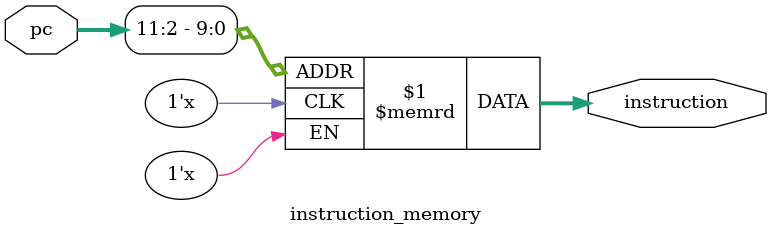
<source format=v>
module instruction_memory(  
     input [15:0] pc,  
     output wire [31:0] instruction  
);  
reg [31:0] rom [0:1023];  
assign instruction = rom[pc[11:2]];  
endmodule 
</source>
